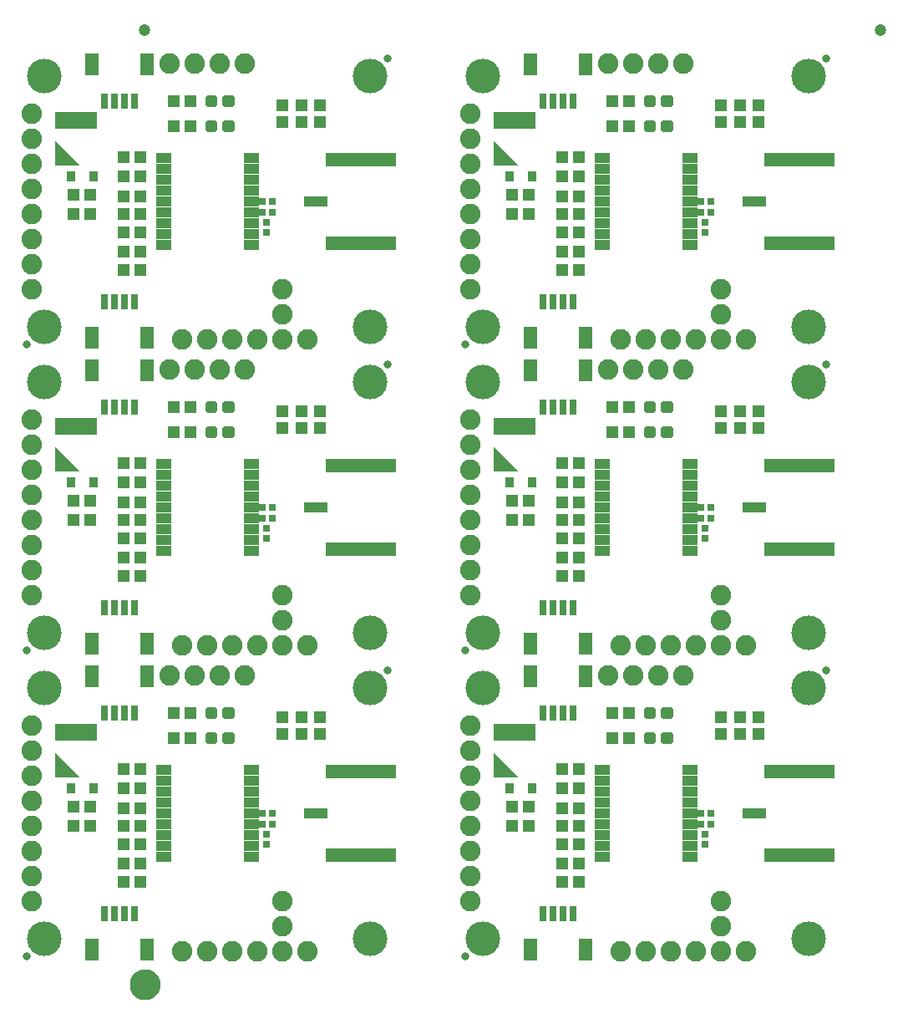
<source format=gts>
G04 EAGLE Gerber RS-274X export*
G75*
%MOMM*%
%FSLAX34Y34*%
%LPD*%
%INSoldermask Top*%
%IPPOS*%
%AMOC8*
5,1,8,0,0,1.08239X$1,22.5*%
G01*
%ADD10R,1.403200X2.203200*%
%ADD11R,0.803200X1.553200*%
%ADD12C,2.082800*%
%ADD13R,1.303200X1.203200*%
%ADD14R,4.200000X1.700000*%
%ADD15C,0.505344*%
%ADD16R,0.833200X1.033200*%
%ADD17R,1.203200X1.303200*%
%ADD18R,0.803200X0.803200*%
%ADD19R,1.503200X1.003200*%
%ADD20R,1.503200X1.103200*%
%ADD21C,0.838200*%
%ADD22C,3.505200*%
%ADD23R,7.203200X1.353200*%
%ADD24R,2.403200X1.103200*%
%ADD25C,1.203200*%
%ADD26C,1.270000*%
%ADD27C,1.703200*%

G36*
X505242Y808623D02*
X505242Y808623D01*
X505286Y808626D01*
X505308Y808642D01*
X505334Y808650D01*
X505363Y808683D01*
X505398Y808709D01*
X505408Y808735D01*
X505426Y808755D01*
X505433Y808799D01*
X505448Y808839D01*
X505443Y808866D01*
X505447Y808893D01*
X505429Y808934D01*
X505420Y808976D01*
X505394Y809012D01*
X505390Y809021D01*
X505385Y809025D01*
X505376Y809036D01*
X481376Y833036D01*
X481338Y833057D01*
X481305Y833086D01*
X481278Y833090D01*
X481254Y833103D01*
X481210Y833100D01*
X481167Y833107D01*
X481142Y833096D01*
X481114Y833094D01*
X481079Y833068D01*
X481039Y833050D01*
X481024Y833027D01*
X481002Y833011D01*
X480986Y832970D01*
X480962Y832934D01*
X480955Y832890D01*
X480952Y832881D01*
X480953Y832874D01*
X480951Y832860D01*
X480951Y808860D01*
X480956Y808844D01*
X480953Y808827D01*
X480975Y808777D01*
X480990Y808726D01*
X481003Y808715D01*
X481010Y808699D01*
X481055Y808669D01*
X481095Y808634D01*
X481112Y808631D01*
X481127Y808622D01*
X481200Y808611D01*
X505200Y808611D01*
X505242Y808623D01*
G37*
G36*
X60742Y808623D02*
X60742Y808623D01*
X60786Y808626D01*
X60808Y808642D01*
X60834Y808650D01*
X60863Y808683D01*
X60898Y808709D01*
X60908Y808735D01*
X60926Y808755D01*
X60933Y808799D01*
X60948Y808839D01*
X60943Y808866D01*
X60947Y808893D01*
X60929Y808934D01*
X60920Y808976D01*
X60894Y809012D01*
X60890Y809021D01*
X60885Y809025D01*
X60876Y809036D01*
X36876Y833036D01*
X36838Y833057D01*
X36805Y833086D01*
X36778Y833090D01*
X36754Y833103D01*
X36710Y833100D01*
X36667Y833107D01*
X36642Y833096D01*
X36614Y833094D01*
X36579Y833068D01*
X36539Y833050D01*
X36524Y833027D01*
X36502Y833011D01*
X36486Y832970D01*
X36462Y832934D01*
X36455Y832890D01*
X36452Y832881D01*
X36453Y832874D01*
X36451Y832860D01*
X36451Y808860D01*
X36456Y808844D01*
X36453Y808827D01*
X36475Y808777D01*
X36490Y808726D01*
X36503Y808715D01*
X36510Y808699D01*
X36555Y808669D01*
X36595Y808634D01*
X36612Y808631D01*
X36627Y808622D01*
X36700Y808611D01*
X60700Y808611D01*
X60742Y808623D01*
G37*
G36*
X505242Y498743D02*
X505242Y498743D01*
X505286Y498746D01*
X505308Y498762D01*
X505334Y498770D01*
X505363Y498803D01*
X505398Y498829D01*
X505408Y498855D01*
X505426Y498875D01*
X505433Y498919D01*
X505448Y498959D01*
X505443Y498986D01*
X505447Y499013D01*
X505429Y499054D01*
X505420Y499096D01*
X505394Y499132D01*
X505390Y499141D01*
X505385Y499145D01*
X505376Y499156D01*
X481376Y523156D01*
X481338Y523177D01*
X481305Y523206D01*
X481278Y523210D01*
X481254Y523223D01*
X481210Y523220D01*
X481167Y523227D01*
X481142Y523216D01*
X481114Y523214D01*
X481079Y523188D01*
X481039Y523170D01*
X481024Y523147D01*
X481002Y523131D01*
X480986Y523090D01*
X480962Y523054D01*
X480955Y523010D01*
X480952Y523001D01*
X480953Y522994D01*
X480951Y522980D01*
X480951Y498980D01*
X480956Y498964D01*
X480953Y498947D01*
X480975Y498897D01*
X480990Y498846D01*
X481003Y498835D01*
X481010Y498819D01*
X481055Y498789D01*
X481095Y498754D01*
X481112Y498751D01*
X481127Y498742D01*
X481200Y498731D01*
X505200Y498731D01*
X505242Y498743D01*
G37*
G36*
X60742Y498743D02*
X60742Y498743D01*
X60786Y498746D01*
X60808Y498762D01*
X60834Y498770D01*
X60863Y498803D01*
X60898Y498829D01*
X60908Y498855D01*
X60926Y498875D01*
X60933Y498919D01*
X60948Y498959D01*
X60943Y498986D01*
X60947Y499013D01*
X60929Y499054D01*
X60920Y499096D01*
X60894Y499132D01*
X60890Y499141D01*
X60885Y499145D01*
X60876Y499156D01*
X36876Y523156D01*
X36838Y523177D01*
X36805Y523206D01*
X36778Y523210D01*
X36754Y523223D01*
X36710Y523220D01*
X36667Y523227D01*
X36642Y523216D01*
X36614Y523214D01*
X36579Y523188D01*
X36539Y523170D01*
X36524Y523147D01*
X36502Y523131D01*
X36486Y523090D01*
X36462Y523054D01*
X36455Y523010D01*
X36452Y523001D01*
X36453Y522994D01*
X36451Y522980D01*
X36451Y498980D01*
X36456Y498964D01*
X36453Y498947D01*
X36475Y498897D01*
X36490Y498846D01*
X36503Y498835D01*
X36510Y498819D01*
X36555Y498789D01*
X36595Y498754D01*
X36612Y498751D01*
X36627Y498742D01*
X36700Y498731D01*
X60700Y498731D01*
X60742Y498743D01*
G37*
G36*
X505242Y188863D02*
X505242Y188863D01*
X505286Y188866D01*
X505308Y188882D01*
X505334Y188890D01*
X505363Y188923D01*
X505398Y188949D01*
X505408Y188975D01*
X505426Y188995D01*
X505433Y189039D01*
X505448Y189079D01*
X505443Y189106D01*
X505447Y189133D01*
X505429Y189174D01*
X505420Y189216D01*
X505394Y189252D01*
X505390Y189261D01*
X505385Y189265D01*
X505376Y189276D01*
X481376Y213276D01*
X481338Y213297D01*
X481305Y213326D01*
X481278Y213330D01*
X481254Y213343D01*
X481210Y213340D01*
X481167Y213347D01*
X481142Y213336D01*
X481114Y213334D01*
X481079Y213308D01*
X481039Y213290D01*
X481024Y213267D01*
X481002Y213251D01*
X480986Y213210D01*
X480962Y213174D01*
X480955Y213130D01*
X480952Y213121D01*
X480953Y213114D01*
X480951Y213100D01*
X480951Y189100D01*
X480956Y189084D01*
X480953Y189067D01*
X480975Y189017D01*
X480990Y188966D01*
X481003Y188955D01*
X481010Y188939D01*
X481055Y188909D01*
X481095Y188874D01*
X481112Y188871D01*
X481127Y188862D01*
X481200Y188851D01*
X505200Y188851D01*
X505242Y188863D01*
G37*
G36*
X60742Y188863D02*
X60742Y188863D01*
X60786Y188866D01*
X60808Y188882D01*
X60834Y188890D01*
X60863Y188923D01*
X60898Y188949D01*
X60908Y188975D01*
X60926Y188995D01*
X60933Y189039D01*
X60948Y189079D01*
X60943Y189106D01*
X60947Y189133D01*
X60929Y189174D01*
X60920Y189216D01*
X60894Y189252D01*
X60890Y189261D01*
X60885Y189265D01*
X60876Y189276D01*
X36876Y213276D01*
X36838Y213297D01*
X36805Y213326D01*
X36778Y213330D01*
X36754Y213343D01*
X36710Y213340D01*
X36667Y213347D01*
X36642Y213336D01*
X36614Y213334D01*
X36579Y213308D01*
X36539Y213290D01*
X36524Y213267D01*
X36502Y213251D01*
X36486Y213210D01*
X36462Y213174D01*
X36455Y213130D01*
X36452Y213121D01*
X36453Y213114D01*
X36451Y213100D01*
X36451Y189100D01*
X36456Y189084D01*
X36453Y189067D01*
X36475Y189017D01*
X36490Y188966D01*
X36503Y188955D01*
X36510Y188939D01*
X36555Y188909D01*
X36595Y188874D01*
X36612Y188871D01*
X36627Y188862D01*
X36700Y188851D01*
X60700Y188851D01*
X60742Y188863D01*
G37*
D10*
X73600Y14050D03*
X129600Y14050D03*
D11*
X86600Y50800D03*
X96600Y50800D03*
X106600Y50800D03*
X116600Y50800D03*
D12*
X228600Y292100D03*
X203200Y292100D03*
X177800Y292100D03*
X152400Y292100D03*
D10*
X129600Y290750D03*
X73600Y290750D03*
D11*
X116600Y254000D03*
X106600Y254000D03*
X96600Y254000D03*
X86600Y254000D03*
D13*
X122800Y196850D03*
X105800Y196850D03*
X122800Y177800D03*
X105800Y177800D03*
X55000Y139700D03*
X72000Y139700D03*
D14*
X57500Y234400D03*
D13*
X105800Y82550D03*
X122800Y82550D03*
X105800Y101600D03*
X122800Y101600D03*
D15*
X208480Y250510D02*
X208480Y257490D01*
X215460Y257490D01*
X215460Y250510D01*
X208480Y250510D01*
X208480Y255310D02*
X215460Y255310D01*
X190940Y257490D02*
X190940Y250510D01*
X190940Y257490D02*
X197920Y257490D01*
X197920Y250510D01*
X190940Y250510D01*
X190940Y255310D02*
X197920Y255310D01*
D16*
X52000Y177800D03*
X75000Y177800D03*
D13*
X55000Y158750D03*
X72000Y158750D03*
X173600Y254000D03*
X156600Y254000D03*
D17*
X304800Y232800D03*
X304800Y249800D03*
X285750Y232800D03*
X285750Y249800D03*
D15*
X208480Y232090D02*
X208480Y225110D01*
X208480Y232090D02*
X215460Y232090D01*
X215460Y225110D01*
X208480Y225110D01*
X208480Y229910D02*
X215460Y229910D01*
X190940Y232090D02*
X190940Y225110D01*
X190940Y232090D02*
X197920Y232090D01*
X197920Y225110D01*
X190940Y225110D01*
X190940Y229910D02*
X197920Y229910D01*
D13*
X173600Y228600D03*
X156600Y228600D03*
D18*
X246460Y140970D03*
X256460Y140970D03*
X256460Y152400D03*
X246460Y152400D03*
D12*
X165100Y12700D03*
X190500Y12700D03*
X215900Y12700D03*
X241300Y12700D03*
X266700Y12700D03*
X292100Y12700D03*
D13*
X122800Y139700D03*
X105800Y139700D03*
X122800Y120650D03*
X105800Y120650D03*
D17*
X266700Y232800D03*
X266700Y249800D03*
D13*
X122800Y157480D03*
X105800Y157480D03*
D19*
X146000Y196400D03*
D20*
X146000Y185400D03*
X146000Y174400D03*
X146000Y163400D03*
X146000Y152400D03*
X146000Y141400D03*
X146000Y130400D03*
X146000Y119400D03*
D19*
X146000Y108400D03*
X235000Y108400D03*
D20*
X235000Y119400D03*
X235000Y130400D03*
X235000Y141400D03*
X235000Y152400D03*
X235000Y163400D03*
X235000Y174400D03*
X235000Y185400D03*
D19*
X235000Y196400D03*
D18*
X250190Y120730D03*
X250190Y130730D03*
D21*
X7620Y7620D03*
X373380Y297180D03*
D22*
X355600Y25400D03*
X25400Y25400D03*
X25400Y279400D03*
X355600Y279400D03*
D23*
X346000Y194900D03*
D24*
X300000Y152400D03*
D23*
X346000Y109900D03*
D12*
X12700Y241300D03*
X12700Y215900D03*
X12700Y190500D03*
X12700Y165100D03*
X12700Y139700D03*
X12700Y114300D03*
X12700Y88900D03*
X12700Y63500D03*
X266700Y38100D03*
X266700Y63500D03*
D10*
X518100Y14050D03*
X574100Y14050D03*
D11*
X531100Y50800D03*
X541100Y50800D03*
X551100Y50800D03*
X561100Y50800D03*
D12*
X673100Y292100D03*
X647700Y292100D03*
X622300Y292100D03*
X596900Y292100D03*
D10*
X574100Y290750D03*
X518100Y290750D03*
D11*
X561100Y254000D03*
X551100Y254000D03*
X541100Y254000D03*
X531100Y254000D03*
D13*
X567300Y196850D03*
X550300Y196850D03*
X567300Y177800D03*
X550300Y177800D03*
X499500Y139700D03*
X516500Y139700D03*
D14*
X502000Y234400D03*
D13*
X550300Y82550D03*
X567300Y82550D03*
X550300Y101600D03*
X567300Y101600D03*
D15*
X652980Y250510D02*
X652980Y257490D01*
X659960Y257490D01*
X659960Y250510D01*
X652980Y250510D01*
X652980Y255310D02*
X659960Y255310D01*
X635440Y257490D02*
X635440Y250510D01*
X635440Y257490D02*
X642420Y257490D01*
X642420Y250510D01*
X635440Y250510D01*
X635440Y255310D02*
X642420Y255310D01*
D16*
X496500Y177800D03*
X519500Y177800D03*
D13*
X499500Y158750D03*
X516500Y158750D03*
X618100Y254000D03*
X601100Y254000D03*
D17*
X749300Y232800D03*
X749300Y249800D03*
X730250Y232800D03*
X730250Y249800D03*
D15*
X652980Y232090D02*
X652980Y225110D01*
X652980Y232090D02*
X659960Y232090D01*
X659960Y225110D01*
X652980Y225110D01*
X652980Y229910D02*
X659960Y229910D01*
X635440Y232090D02*
X635440Y225110D01*
X635440Y232090D02*
X642420Y232090D01*
X642420Y225110D01*
X635440Y225110D01*
X635440Y229910D02*
X642420Y229910D01*
D13*
X618100Y228600D03*
X601100Y228600D03*
D18*
X690960Y140970D03*
X700960Y140970D03*
X700960Y152400D03*
X690960Y152400D03*
D12*
X609600Y12700D03*
X635000Y12700D03*
X660400Y12700D03*
X685800Y12700D03*
X711200Y12700D03*
X736600Y12700D03*
D13*
X567300Y139700D03*
X550300Y139700D03*
X567300Y120650D03*
X550300Y120650D03*
D17*
X711200Y232800D03*
X711200Y249800D03*
D13*
X567300Y157480D03*
X550300Y157480D03*
D19*
X590500Y196400D03*
D20*
X590500Y185400D03*
X590500Y174400D03*
X590500Y163400D03*
X590500Y152400D03*
X590500Y141400D03*
X590500Y130400D03*
X590500Y119400D03*
D19*
X590500Y108400D03*
X679500Y108400D03*
D20*
X679500Y119400D03*
X679500Y130400D03*
X679500Y141400D03*
X679500Y152400D03*
X679500Y163400D03*
X679500Y174400D03*
X679500Y185400D03*
D19*
X679500Y196400D03*
D18*
X694690Y120730D03*
X694690Y130730D03*
D21*
X452120Y7620D03*
X817880Y297180D03*
D22*
X800100Y25400D03*
X469900Y25400D03*
X469900Y279400D03*
X800100Y279400D03*
D23*
X790500Y194900D03*
D24*
X744500Y152400D03*
D23*
X790500Y109900D03*
D12*
X457200Y241300D03*
X457200Y215900D03*
X457200Y190500D03*
X457200Y165100D03*
X457200Y139700D03*
X457200Y114300D03*
X457200Y88900D03*
X457200Y63500D03*
X711200Y38100D03*
X711200Y63500D03*
D10*
X73600Y323930D03*
X129600Y323930D03*
D11*
X86600Y360680D03*
X96600Y360680D03*
X106600Y360680D03*
X116600Y360680D03*
D12*
X228600Y601980D03*
X203200Y601980D03*
X177800Y601980D03*
X152400Y601980D03*
D10*
X129600Y600630D03*
X73600Y600630D03*
D11*
X116600Y563880D03*
X106600Y563880D03*
X96600Y563880D03*
X86600Y563880D03*
D13*
X122800Y506730D03*
X105800Y506730D03*
X122800Y487680D03*
X105800Y487680D03*
X55000Y449580D03*
X72000Y449580D03*
D14*
X57500Y544280D03*
D13*
X105800Y392430D03*
X122800Y392430D03*
X105800Y411480D03*
X122800Y411480D03*
D15*
X208480Y560390D02*
X208480Y567370D01*
X215460Y567370D01*
X215460Y560390D01*
X208480Y560390D01*
X208480Y565190D02*
X215460Y565190D01*
X190940Y567370D02*
X190940Y560390D01*
X190940Y567370D02*
X197920Y567370D01*
X197920Y560390D01*
X190940Y560390D01*
X190940Y565190D02*
X197920Y565190D01*
D16*
X52000Y487680D03*
X75000Y487680D03*
D13*
X55000Y468630D03*
X72000Y468630D03*
X173600Y563880D03*
X156600Y563880D03*
D17*
X304800Y542680D03*
X304800Y559680D03*
X285750Y542680D03*
X285750Y559680D03*
D15*
X208480Y541970D02*
X208480Y534990D01*
X208480Y541970D02*
X215460Y541970D01*
X215460Y534990D01*
X208480Y534990D01*
X208480Y539790D02*
X215460Y539790D01*
X190940Y541970D02*
X190940Y534990D01*
X190940Y541970D02*
X197920Y541970D01*
X197920Y534990D01*
X190940Y534990D01*
X190940Y539790D02*
X197920Y539790D01*
D13*
X173600Y538480D03*
X156600Y538480D03*
D18*
X246460Y450850D03*
X256460Y450850D03*
X256460Y462280D03*
X246460Y462280D03*
D12*
X165100Y322580D03*
X190500Y322580D03*
X215900Y322580D03*
X241300Y322580D03*
X266700Y322580D03*
X292100Y322580D03*
D13*
X122800Y449580D03*
X105800Y449580D03*
X122800Y430530D03*
X105800Y430530D03*
D17*
X266700Y542680D03*
X266700Y559680D03*
D13*
X122800Y467360D03*
X105800Y467360D03*
D19*
X146000Y506280D03*
D20*
X146000Y495280D03*
X146000Y484280D03*
X146000Y473280D03*
X146000Y462280D03*
X146000Y451280D03*
X146000Y440280D03*
X146000Y429280D03*
D19*
X146000Y418280D03*
X235000Y418280D03*
D20*
X235000Y429280D03*
X235000Y440280D03*
X235000Y451280D03*
X235000Y462280D03*
X235000Y473280D03*
X235000Y484280D03*
X235000Y495280D03*
D19*
X235000Y506280D03*
D18*
X250190Y430610D03*
X250190Y440610D03*
D21*
X7620Y317500D03*
X373380Y607060D03*
D22*
X355600Y335280D03*
X25400Y335280D03*
X25400Y589280D03*
X355600Y589280D03*
D23*
X346000Y504780D03*
D24*
X300000Y462280D03*
D23*
X346000Y419780D03*
D12*
X12700Y551180D03*
X12700Y525780D03*
X12700Y500380D03*
X12700Y474980D03*
X12700Y449580D03*
X12700Y424180D03*
X12700Y398780D03*
X12700Y373380D03*
X266700Y347980D03*
X266700Y373380D03*
D10*
X518100Y323930D03*
X574100Y323930D03*
D11*
X531100Y360680D03*
X541100Y360680D03*
X551100Y360680D03*
X561100Y360680D03*
D12*
X673100Y601980D03*
X647700Y601980D03*
X622300Y601980D03*
X596900Y601980D03*
D10*
X574100Y600630D03*
X518100Y600630D03*
D11*
X561100Y563880D03*
X551100Y563880D03*
X541100Y563880D03*
X531100Y563880D03*
D13*
X567300Y506730D03*
X550300Y506730D03*
X567300Y487680D03*
X550300Y487680D03*
X499500Y449580D03*
X516500Y449580D03*
D14*
X502000Y544280D03*
D13*
X550300Y392430D03*
X567300Y392430D03*
X550300Y411480D03*
X567300Y411480D03*
D15*
X652980Y560390D02*
X652980Y567370D01*
X659960Y567370D01*
X659960Y560390D01*
X652980Y560390D01*
X652980Y565190D02*
X659960Y565190D01*
X635440Y567370D02*
X635440Y560390D01*
X635440Y567370D02*
X642420Y567370D01*
X642420Y560390D01*
X635440Y560390D01*
X635440Y565190D02*
X642420Y565190D01*
D16*
X496500Y487680D03*
X519500Y487680D03*
D13*
X499500Y468630D03*
X516500Y468630D03*
X618100Y563880D03*
X601100Y563880D03*
D17*
X749300Y542680D03*
X749300Y559680D03*
X730250Y542680D03*
X730250Y559680D03*
D15*
X652980Y541970D02*
X652980Y534990D01*
X652980Y541970D02*
X659960Y541970D01*
X659960Y534990D01*
X652980Y534990D01*
X652980Y539790D02*
X659960Y539790D01*
X635440Y541970D02*
X635440Y534990D01*
X635440Y541970D02*
X642420Y541970D01*
X642420Y534990D01*
X635440Y534990D01*
X635440Y539790D02*
X642420Y539790D01*
D13*
X618100Y538480D03*
X601100Y538480D03*
D18*
X690960Y450850D03*
X700960Y450850D03*
X700960Y462280D03*
X690960Y462280D03*
D12*
X609600Y322580D03*
X635000Y322580D03*
X660400Y322580D03*
X685800Y322580D03*
X711200Y322580D03*
X736600Y322580D03*
D13*
X567300Y449580D03*
X550300Y449580D03*
X567300Y430530D03*
X550300Y430530D03*
D17*
X711200Y542680D03*
X711200Y559680D03*
D13*
X567300Y467360D03*
X550300Y467360D03*
D19*
X590500Y506280D03*
D20*
X590500Y495280D03*
X590500Y484280D03*
X590500Y473280D03*
X590500Y462280D03*
X590500Y451280D03*
X590500Y440280D03*
X590500Y429280D03*
D19*
X590500Y418280D03*
X679500Y418280D03*
D20*
X679500Y429280D03*
X679500Y440280D03*
X679500Y451280D03*
X679500Y462280D03*
X679500Y473280D03*
X679500Y484280D03*
X679500Y495280D03*
D19*
X679500Y506280D03*
D18*
X694690Y430610D03*
X694690Y440610D03*
D21*
X452120Y317500D03*
X817880Y607060D03*
D22*
X800100Y335280D03*
X469900Y335280D03*
X469900Y589280D03*
X800100Y589280D03*
D23*
X790500Y504780D03*
D24*
X744500Y462280D03*
D23*
X790500Y419780D03*
D12*
X457200Y551180D03*
X457200Y525780D03*
X457200Y500380D03*
X457200Y474980D03*
X457200Y449580D03*
X457200Y424180D03*
X457200Y398780D03*
X457200Y373380D03*
X711200Y347980D03*
X711200Y373380D03*
D10*
X73600Y633810D03*
X129600Y633810D03*
D11*
X86600Y670560D03*
X96600Y670560D03*
X106600Y670560D03*
X116600Y670560D03*
D12*
X228600Y911860D03*
X203200Y911860D03*
X177800Y911860D03*
X152400Y911860D03*
D10*
X129600Y910510D03*
X73600Y910510D03*
D11*
X116600Y873760D03*
X106600Y873760D03*
X96600Y873760D03*
X86600Y873760D03*
D13*
X122800Y816610D03*
X105800Y816610D03*
X122800Y797560D03*
X105800Y797560D03*
X55000Y759460D03*
X72000Y759460D03*
D14*
X57500Y854160D03*
D13*
X105800Y702310D03*
X122800Y702310D03*
X105800Y721360D03*
X122800Y721360D03*
D15*
X208480Y870270D02*
X208480Y877250D01*
X215460Y877250D01*
X215460Y870270D01*
X208480Y870270D01*
X208480Y875070D02*
X215460Y875070D01*
X190940Y877250D02*
X190940Y870270D01*
X190940Y877250D02*
X197920Y877250D01*
X197920Y870270D01*
X190940Y870270D01*
X190940Y875070D02*
X197920Y875070D01*
D16*
X52000Y797560D03*
X75000Y797560D03*
D13*
X55000Y778510D03*
X72000Y778510D03*
X173600Y873760D03*
X156600Y873760D03*
D17*
X304800Y852560D03*
X304800Y869560D03*
X285750Y852560D03*
X285750Y869560D03*
D15*
X208480Y851850D02*
X208480Y844870D01*
X208480Y851850D02*
X215460Y851850D01*
X215460Y844870D01*
X208480Y844870D01*
X208480Y849670D02*
X215460Y849670D01*
X190940Y851850D02*
X190940Y844870D01*
X190940Y851850D02*
X197920Y851850D01*
X197920Y844870D01*
X190940Y844870D01*
X190940Y849670D02*
X197920Y849670D01*
D13*
X173600Y848360D03*
X156600Y848360D03*
D18*
X246460Y760730D03*
X256460Y760730D03*
X256460Y772160D03*
X246460Y772160D03*
D12*
X165100Y632460D03*
X190500Y632460D03*
X215900Y632460D03*
X241300Y632460D03*
X266700Y632460D03*
X292100Y632460D03*
D13*
X122800Y759460D03*
X105800Y759460D03*
X122800Y740410D03*
X105800Y740410D03*
D17*
X266700Y852560D03*
X266700Y869560D03*
D13*
X122800Y777240D03*
X105800Y777240D03*
D19*
X146000Y816160D03*
D20*
X146000Y805160D03*
X146000Y794160D03*
X146000Y783160D03*
X146000Y772160D03*
X146000Y761160D03*
X146000Y750160D03*
X146000Y739160D03*
D19*
X146000Y728160D03*
X235000Y728160D03*
D20*
X235000Y739160D03*
X235000Y750160D03*
X235000Y761160D03*
X235000Y772160D03*
X235000Y783160D03*
X235000Y794160D03*
X235000Y805160D03*
D19*
X235000Y816160D03*
D18*
X250190Y740490D03*
X250190Y750490D03*
D21*
X7620Y627380D03*
X373380Y916940D03*
D22*
X355600Y645160D03*
X25400Y645160D03*
X25400Y899160D03*
X355600Y899160D03*
D23*
X346000Y814660D03*
D24*
X300000Y772160D03*
D23*
X346000Y729660D03*
D12*
X12700Y861060D03*
X12700Y835660D03*
X12700Y810260D03*
X12700Y784860D03*
X12700Y759460D03*
X12700Y734060D03*
X12700Y708660D03*
X12700Y683260D03*
X266700Y657860D03*
X266700Y683260D03*
D10*
X518100Y633810D03*
X574100Y633810D03*
D11*
X531100Y670560D03*
X541100Y670560D03*
X551100Y670560D03*
X561100Y670560D03*
D12*
X673100Y911860D03*
X647700Y911860D03*
X622300Y911860D03*
X596900Y911860D03*
D10*
X574100Y910510D03*
X518100Y910510D03*
D11*
X561100Y873760D03*
X551100Y873760D03*
X541100Y873760D03*
X531100Y873760D03*
D13*
X567300Y816610D03*
X550300Y816610D03*
X567300Y797560D03*
X550300Y797560D03*
X499500Y759460D03*
X516500Y759460D03*
D14*
X502000Y854160D03*
D13*
X550300Y702310D03*
X567300Y702310D03*
X550300Y721360D03*
X567300Y721360D03*
D15*
X652980Y870270D02*
X652980Y877250D01*
X659960Y877250D01*
X659960Y870270D01*
X652980Y870270D01*
X652980Y875070D02*
X659960Y875070D01*
X635440Y877250D02*
X635440Y870270D01*
X635440Y877250D02*
X642420Y877250D01*
X642420Y870270D01*
X635440Y870270D01*
X635440Y875070D02*
X642420Y875070D01*
D16*
X496500Y797560D03*
X519500Y797560D03*
D13*
X499500Y778510D03*
X516500Y778510D03*
X618100Y873760D03*
X601100Y873760D03*
D17*
X749300Y852560D03*
X749300Y869560D03*
X730250Y852560D03*
X730250Y869560D03*
D15*
X652980Y851850D02*
X652980Y844870D01*
X652980Y851850D02*
X659960Y851850D01*
X659960Y844870D01*
X652980Y844870D01*
X652980Y849670D02*
X659960Y849670D01*
X635440Y851850D02*
X635440Y844870D01*
X635440Y851850D02*
X642420Y851850D01*
X642420Y844870D01*
X635440Y844870D01*
X635440Y849670D02*
X642420Y849670D01*
D13*
X618100Y848360D03*
X601100Y848360D03*
D18*
X690960Y760730D03*
X700960Y760730D03*
X700960Y772160D03*
X690960Y772160D03*
D12*
X609600Y632460D03*
X635000Y632460D03*
X660400Y632460D03*
X685800Y632460D03*
X711200Y632460D03*
X736600Y632460D03*
D13*
X567300Y759460D03*
X550300Y759460D03*
X567300Y740410D03*
X550300Y740410D03*
D17*
X711200Y852560D03*
X711200Y869560D03*
D13*
X567300Y777240D03*
X550300Y777240D03*
D19*
X590500Y816160D03*
D20*
X590500Y805160D03*
X590500Y794160D03*
X590500Y783160D03*
X590500Y772160D03*
X590500Y761160D03*
X590500Y750160D03*
X590500Y739160D03*
D19*
X590500Y728160D03*
X679500Y728160D03*
D20*
X679500Y739160D03*
X679500Y750160D03*
X679500Y761160D03*
X679500Y772160D03*
X679500Y783160D03*
X679500Y794160D03*
X679500Y805160D03*
D19*
X679500Y816160D03*
D18*
X694690Y740490D03*
X694690Y750490D03*
D21*
X452120Y627380D03*
X817880Y916940D03*
D22*
X800100Y645160D03*
X469900Y645160D03*
X469900Y899160D03*
X800100Y899160D03*
D23*
X790500Y814660D03*
D24*
X744500Y772160D03*
D23*
X790500Y729660D03*
D12*
X457200Y861060D03*
X457200Y835660D03*
X457200Y810260D03*
X457200Y784860D03*
X457200Y759460D03*
X457200Y734060D03*
X457200Y708660D03*
X457200Y683260D03*
X711200Y657860D03*
X711200Y683260D03*
D25*
X127000Y945515D03*
X873125Y945515D03*
D26*
X117945Y-20955D02*
X117948Y-20733D01*
X117956Y-20511D01*
X117970Y-20289D01*
X117989Y-20067D01*
X118013Y-19847D01*
X118043Y-19626D01*
X118078Y-19407D01*
X118119Y-19188D01*
X118165Y-18971D01*
X118216Y-18755D01*
X118273Y-18540D01*
X118335Y-18326D01*
X118402Y-18115D01*
X118474Y-17904D01*
X118552Y-17696D01*
X118634Y-17490D01*
X118722Y-17286D01*
X118814Y-17083D01*
X118912Y-16884D01*
X119014Y-16687D01*
X119121Y-16492D01*
X119233Y-16300D01*
X119350Y-16111D01*
X119471Y-15924D01*
X119597Y-15741D01*
X119727Y-15561D01*
X119862Y-15384D01*
X120000Y-15211D01*
X120143Y-15041D01*
X120291Y-14874D01*
X120442Y-14711D01*
X120597Y-14552D01*
X120756Y-14397D01*
X120919Y-14246D01*
X121086Y-14098D01*
X121256Y-13955D01*
X121429Y-13817D01*
X121606Y-13682D01*
X121786Y-13552D01*
X121969Y-13426D01*
X122156Y-13305D01*
X122345Y-13188D01*
X122537Y-13076D01*
X122732Y-12969D01*
X122929Y-12867D01*
X123128Y-12769D01*
X123331Y-12677D01*
X123535Y-12589D01*
X123741Y-12507D01*
X123949Y-12429D01*
X124160Y-12357D01*
X124371Y-12290D01*
X124585Y-12228D01*
X124800Y-12171D01*
X125016Y-12120D01*
X125233Y-12074D01*
X125452Y-12033D01*
X125671Y-11998D01*
X125892Y-11968D01*
X126112Y-11944D01*
X126334Y-11925D01*
X126556Y-11911D01*
X126778Y-11903D01*
X127000Y-11900D01*
X127222Y-11903D01*
X127444Y-11911D01*
X127666Y-11925D01*
X127888Y-11944D01*
X128108Y-11968D01*
X128329Y-11998D01*
X128548Y-12033D01*
X128767Y-12074D01*
X128984Y-12120D01*
X129200Y-12171D01*
X129415Y-12228D01*
X129629Y-12290D01*
X129840Y-12357D01*
X130051Y-12429D01*
X130259Y-12507D01*
X130465Y-12589D01*
X130669Y-12677D01*
X130872Y-12769D01*
X131071Y-12867D01*
X131268Y-12969D01*
X131463Y-13076D01*
X131655Y-13188D01*
X131844Y-13305D01*
X132031Y-13426D01*
X132214Y-13552D01*
X132394Y-13682D01*
X132571Y-13817D01*
X132744Y-13955D01*
X132914Y-14098D01*
X133081Y-14246D01*
X133244Y-14397D01*
X133403Y-14552D01*
X133558Y-14711D01*
X133709Y-14874D01*
X133857Y-15041D01*
X134000Y-15211D01*
X134138Y-15384D01*
X134273Y-15561D01*
X134403Y-15741D01*
X134529Y-15924D01*
X134650Y-16111D01*
X134767Y-16300D01*
X134879Y-16492D01*
X134986Y-16687D01*
X135088Y-16884D01*
X135186Y-17083D01*
X135278Y-17286D01*
X135366Y-17490D01*
X135448Y-17696D01*
X135526Y-17904D01*
X135598Y-18115D01*
X135665Y-18326D01*
X135727Y-18540D01*
X135784Y-18755D01*
X135835Y-18971D01*
X135881Y-19188D01*
X135922Y-19407D01*
X135957Y-19626D01*
X135987Y-19847D01*
X136011Y-20067D01*
X136030Y-20289D01*
X136044Y-20511D01*
X136052Y-20733D01*
X136055Y-20955D01*
X136052Y-21177D01*
X136044Y-21399D01*
X136030Y-21621D01*
X136011Y-21843D01*
X135987Y-22063D01*
X135957Y-22284D01*
X135922Y-22503D01*
X135881Y-22722D01*
X135835Y-22939D01*
X135784Y-23155D01*
X135727Y-23370D01*
X135665Y-23584D01*
X135598Y-23795D01*
X135526Y-24006D01*
X135448Y-24214D01*
X135366Y-24420D01*
X135278Y-24624D01*
X135186Y-24827D01*
X135088Y-25026D01*
X134986Y-25223D01*
X134879Y-25418D01*
X134767Y-25610D01*
X134650Y-25799D01*
X134529Y-25986D01*
X134403Y-26169D01*
X134273Y-26349D01*
X134138Y-26526D01*
X134000Y-26699D01*
X133857Y-26869D01*
X133709Y-27036D01*
X133558Y-27199D01*
X133403Y-27358D01*
X133244Y-27513D01*
X133081Y-27664D01*
X132914Y-27812D01*
X132744Y-27955D01*
X132571Y-28093D01*
X132394Y-28228D01*
X132214Y-28358D01*
X132031Y-28484D01*
X131844Y-28605D01*
X131655Y-28722D01*
X131463Y-28834D01*
X131268Y-28941D01*
X131071Y-29043D01*
X130872Y-29141D01*
X130669Y-29233D01*
X130465Y-29321D01*
X130259Y-29403D01*
X130051Y-29481D01*
X129840Y-29553D01*
X129629Y-29620D01*
X129415Y-29682D01*
X129200Y-29739D01*
X128984Y-29790D01*
X128767Y-29836D01*
X128548Y-29877D01*
X128329Y-29912D01*
X128108Y-29942D01*
X127888Y-29966D01*
X127666Y-29985D01*
X127444Y-29999D01*
X127222Y-30007D01*
X127000Y-30010D01*
X126778Y-30007D01*
X126556Y-29999D01*
X126334Y-29985D01*
X126112Y-29966D01*
X125892Y-29942D01*
X125671Y-29912D01*
X125452Y-29877D01*
X125233Y-29836D01*
X125016Y-29790D01*
X124800Y-29739D01*
X124585Y-29682D01*
X124371Y-29620D01*
X124160Y-29553D01*
X123949Y-29481D01*
X123741Y-29403D01*
X123535Y-29321D01*
X123331Y-29233D01*
X123128Y-29141D01*
X122929Y-29043D01*
X122732Y-28941D01*
X122537Y-28834D01*
X122345Y-28722D01*
X122156Y-28605D01*
X121969Y-28484D01*
X121786Y-28358D01*
X121606Y-28228D01*
X121429Y-28093D01*
X121256Y-27955D01*
X121086Y-27812D01*
X120919Y-27664D01*
X120756Y-27513D01*
X120597Y-27358D01*
X120442Y-27199D01*
X120291Y-27036D01*
X120143Y-26869D01*
X120000Y-26699D01*
X119862Y-26526D01*
X119727Y-26349D01*
X119597Y-26169D01*
X119471Y-25986D01*
X119350Y-25799D01*
X119233Y-25610D01*
X119121Y-25418D01*
X119014Y-25223D01*
X118912Y-25026D01*
X118814Y-24827D01*
X118722Y-24624D01*
X118634Y-24420D01*
X118552Y-24214D01*
X118474Y-24006D01*
X118402Y-23795D01*
X118335Y-23584D01*
X118273Y-23370D01*
X118216Y-23155D01*
X118165Y-22939D01*
X118119Y-22722D01*
X118078Y-22503D01*
X118043Y-22284D01*
X118013Y-22063D01*
X117989Y-21843D01*
X117970Y-21621D01*
X117956Y-21399D01*
X117948Y-21177D01*
X117945Y-20955D01*
D27*
X127000Y-20955D03*
M02*

</source>
